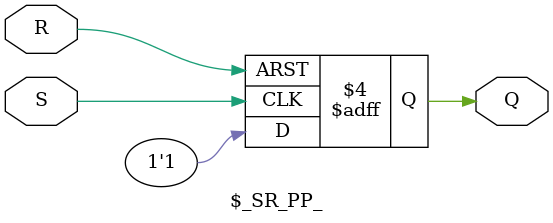
<source format=v>
module \$_SR_PP_ (S, R, Q);
input S, R;
output reg Q;
always @(posedge S, posedge R) begin
	if (R == 1)
		Q <= 0;
	else if (S == 1)
		Q <= 1;
end
endmodule

</source>
